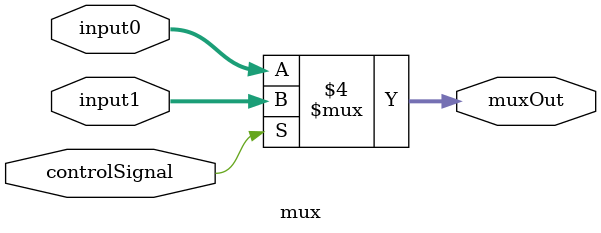
<source format=v>
/* mux module for 32 bit inputs
 *
 * This module represents a simple two input mux where the output is
 * determined by the input control signal. This mux is used for 32 bit inputs.
 */
module mux(input controlSignal, input [31:0] input0, input [31:0] input1, output reg [31:0] muxOut);

always @(*)
begin
  if (controlSignal == 0)
    muxOut = input0;
  else
    muxOut = input1;
end

endmodule

</source>
